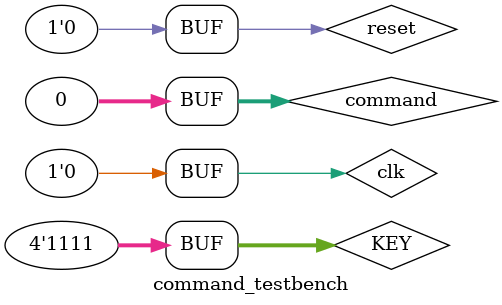
<source format=sv>
`timescale 1ns/1ns

module samsung_command (	input logic clk,
									input logic reset,
									input logic [3:0] KEY,
									output logic [31:0] command);
									
	//assume is initialized to 0
	logic pressed3;
	logic [22:0] counter3;

	
	//key3 is power
	always_ff @(posedge clk)
	begin
		//reset
		if (reset)
			begin
			pressed3 <= 0;
			counter3 <= 22'd0;
			command <= 32'd0;
		end
		
		//power key command and debouncing
		if (~KEY[3])
			begin
			if (~pressed3)
				begin
				//send command, set pressed to 1
				command <= 32'he0e040bf;								//-------------------------command goes here--------------------------//
				pressed3 <= 1;
			end
			else
				begin
				//already pressed: reset counter (bounce)
				counter3 <= 22'd0;
				command <= 32'd0;
			end
		end

		else
			begin
			if (counter3 == 22'd2_000_000)
				//key up, counter reached: released
				begin
				pressed3 <= 0;
				counter3 <= 22'd0;
			end
			else
				begin
				if (pressed3)
					begin
					//key up, pressed: count
					counter3 <= counter3 + 1;
				end
			end
		end
	end		//end always @ff
endmodule


module command_testbench ();
	//signals
	logic clk, reset;
	logic [3:0] KEY;
	logic [31:0] command = 0;
	
	
	//instance of command module
	samsung_command dut(.*);
	
	
	//clock
	always
	begin
		clk <= 1;	#10;
		clk <= 0;	#10;
	end
	
	
	//initial: key
	initial
	begin
		//initial and reset
		KEY <= 4'hf;
		reset <= 1;		#10;
		reset <= 0;		#10;
		
		
		KEY[3] <= 0;	#10;
		KEY[3] <= 1;	#1000000;
		KEY[3] <= 0;	#10;
		KEY[3] <= 1;	#1000000;
		KEY[3] <= 0;	#10;
		KEY[3] <= 1;	#1000000;
	end
endmodule

</source>
